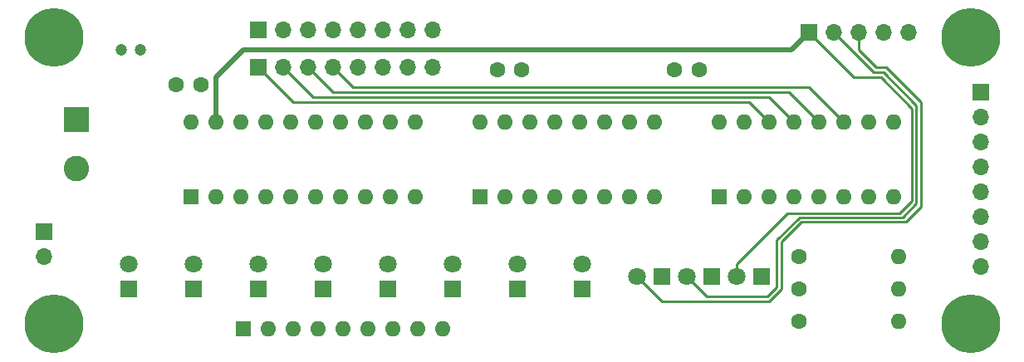
<source format=gbr>
%TF.GenerationSoftware,KiCad,Pcbnew,(5.1.9-0-10_14)*%
%TF.CreationDate,2021-05-20T01:37:57-04:00*%
%TF.ProjectId,REGISTER,52454749-5354-4455-922e-6b696361645f,rev?*%
%TF.SameCoordinates,Original*%
%TF.FileFunction,Copper,L2,Inr*%
%TF.FilePolarity,Positive*%
%FSLAX46Y46*%
G04 Gerber Fmt 4.6, Leading zero omitted, Abs format (unit mm)*
G04 Created by KiCad (PCBNEW (5.1.9-0-10_14)) date 2021-05-20 01:37:57*
%MOMM*%
%LPD*%
G01*
G04 APERTURE LIST*
%TA.AperFunction,ComponentPad*%
%ADD10C,0.800000*%
%TD*%
%TA.AperFunction,ComponentPad*%
%ADD11C,6.000000*%
%TD*%
%TA.AperFunction,ComponentPad*%
%ADD12O,1.700000X1.700000*%
%TD*%
%TA.AperFunction,ComponentPad*%
%ADD13R,1.700000X1.700000*%
%TD*%
%TA.AperFunction,ComponentPad*%
%ADD14C,1.600000*%
%TD*%
%TA.AperFunction,ComponentPad*%
%ADD15C,1.800000*%
%TD*%
%TA.AperFunction,ComponentPad*%
%ADD16R,1.800000X1.800000*%
%TD*%
%TA.AperFunction,ComponentPad*%
%ADD17C,1.200000*%
%TD*%
%TA.AperFunction,ComponentPad*%
%ADD18O,1.600000X1.600000*%
%TD*%
%TA.AperFunction,ComponentPad*%
%ADD19R,1.600000X1.600000*%
%TD*%
%TA.AperFunction,ComponentPad*%
%ADD20C,2.600000*%
%TD*%
%TA.AperFunction,ComponentPad*%
%ADD21R,2.600000X2.600000*%
%TD*%
%TA.AperFunction,Conductor*%
%ADD22C,0.250000*%
%TD*%
%TA.AperFunction,Conductor*%
%ADD23C,0.500000*%
%TD*%
G04 APERTURE END LIST*
D10*
%TO.N,N/C*%
%TO.C,REF\u002A\u002A*%
X161356990Y-67751010D03*
X159766000Y-67092000D03*
X158175010Y-67751010D03*
X157516000Y-69342000D03*
X158175010Y-70932990D03*
X159766000Y-71592000D03*
X161356990Y-70932990D03*
X162016000Y-69342000D03*
D11*
X159766000Y-69342000D03*
%TD*%
D10*
%TO.N,N/C*%
%TO.C,REF\u002A\u002A*%
X161356990Y-96961010D03*
X159766000Y-96302000D03*
X158175010Y-96961010D03*
X157516000Y-98552000D03*
X158175010Y-100142990D03*
X159766000Y-100802000D03*
X161356990Y-100142990D03*
X162016000Y-98552000D03*
D11*
X159766000Y-98552000D03*
%TD*%
D10*
%TO.N,N/C*%
%TO.C,REF\u002A\u002A*%
X67884990Y-96961010D03*
X66294000Y-96302000D03*
X64703010Y-96961010D03*
X64044000Y-98552000D03*
X64703010Y-100142990D03*
X66294000Y-100802000D03*
X67884990Y-100142990D03*
X68544000Y-98552000D03*
D11*
X66294000Y-98552000D03*
%TD*%
D10*
%TO.N,N/C*%
%TO.C,REF\u002A\u002A*%
X67884990Y-67751010D03*
X66294000Y-67092000D03*
X64703010Y-67751010D03*
X64044000Y-69342000D03*
X64703010Y-70932990D03*
X66294000Y-71592000D03*
X67884990Y-70932990D03*
X68544000Y-69342000D03*
D11*
X66294000Y-69342000D03*
%TD*%
D12*
%TO.N,CLOCK*%
%TO.C,J6*%
X153416000Y-68834000D03*
X150876000Y-68834000D03*
%TO.N,RESET*%
X148336000Y-68834000D03*
%TO.N,REGISTER_IN*%
X145796000Y-68834000D03*
D13*
%TO.N,REGISTER_OUT*%
X143256000Y-68834000D03*
%TD*%
D12*
%TO.N,BUS_00*%
%TO.C,J2*%
X104902000Y-68580000D03*
%TO.N,BUS_01*%
X102362000Y-68580000D03*
%TO.N,BUS_02*%
X99822000Y-68580000D03*
%TO.N,BUS_03*%
X97282000Y-68580000D03*
%TO.N,BUS_04*%
X94742000Y-68580000D03*
%TO.N,BUS_05*%
X92202000Y-68580000D03*
%TO.N,BUS_06*%
X89662000Y-68580000D03*
D13*
%TO.N,BUS_07*%
X87122000Y-68580000D03*
%TD*%
D14*
%TO.N,GND*%
%TO.C,C1*%
X114006000Y-72644000D03*
%TO.N,VCC*%
X111506000Y-72644000D03*
%TD*%
D15*
%TO.N,REGISTER_OUT*%
%TO.C,D11*%
X135890000Y-93726000D03*
D16*
%TO.N,Net-(D11-Pad1)*%
X138430000Y-93726000D03*
%TD*%
D15*
%TO.N,REGISTER_IN*%
%TO.C,D10*%
X130810000Y-93726000D03*
D16*
%TO.N,Net-(D10-Pad1)*%
X133350000Y-93726000D03*
%TD*%
D15*
%TO.N,RESET*%
%TO.C,D9*%
X125730000Y-93726000D03*
D16*
%TO.N,Net-(D9-Pad1)*%
X128270000Y-93726000D03*
%TD*%
D17*
%TO.N,GND*%
%TO.C,C4*%
X75152000Y-70612000D03*
%TO.N,VCC*%
X73152000Y-70612000D03*
%TD*%
D14*
%TO.N,GND*%
%TO.C,C3*%
X129580000Y-72644000D03*
%TO.N,VCC*%
X132080000Y-72644000D03*
%TD*%
%TO.N,GND*%
%TO.C,C2*%
X78780000Y-74168000D03*
%TO.N,VCC*%
X81280000Y-74168000D03*
%TD*%
D18*
%TO.N,VCC*%
%TO.C,U3*%
X109728000Y-77978000D03*
%TO.N,GND*%
X127508000Y-85598000D03*
%TO.N,RESET*%
X112268000Y-77978000D03*
%TO.N,CLOCK*%
X124968000Y-85598000D03*
%TO.N,BUS_03*%
X114808000Y-77978000D03*
%TO.N,Q0*%
X122428000Y-85598000D03*
%TO.N,BUS_02*%
X117348000Y-77978000D03*
%TO.N,Q1*%
X119888000Y-85598000D03*
%TO.N,BUS_01*%
X119888000Y-77978000D03*
%TO.N,Q2*%
X117348000Y-85598000D03*
%TO.N,BUS_00*%
X122428000Y-77978000D03*
%TO.N,Q3*%
X114808000Y-85598000D03*
%TO.N,REGISTER_IN*%
X124968000Y-77978000D03*
%TO.N,GND*%
X112268000Y-85598000D03*
%TO.N,REGISTER_IN*%
X127508000Y-77978000D03*
D19*
%TO.N,GND*%
X109728000Y-85598000D03*
%TD*%
D18*
%TO.N,VCC*%
%TO.C,U2*%
X134112000Y-77978000D03*
%TO.N,GND*%
X151892000Y-85598000D03*
%TO.N,RESET*%
X136652000Y-77978000D03*
%TO.N,CLOCK*%
X149352000Y-85598000D03*
%TO.N,BUS_07*%
X139192000Y-77978000D03*
%TO.N,Q4*%
X146812000Y-85598000D03*
%TO.N,BUS_06*%
X141732000Y-77978000D03*
%TO.N,Q5*%
X144272000Y-85598000D03*
%TO.N,BUS_05*%
X144272000Y-77978000D03*
%TO.N,Q6*%
X141732000Y-85598000D03*
%TO.N,BUS_04*%
X146812000Y-77978000D03*
%TO.N,Q7*%
X139192000Y-85598000D03*
%TO.N,REGISTER_IN*%
X149352000Y-77978000D03*
%TO.N,GND*%
X136652000Y-85598000D03*
%TO.N,REGISTER_IN*%
X151892000Y-77978000D03*
D19*
%TO.N,GND*%
X134112000Y-85598000D03*
%TD*%
D18*
%TO.N,VCC*%
%TO.C,U1*%
X80264000Y-77978000D03*
%TO.N,GND*%
X103124000Y-85598000D03*
%TO.N,REGISTER_OUT*%
X82804000Y-77978000D03*
%TO.N,Q0*%
X100584000Y-85598000D03*
%TO.N,BUS_07*%
X85344000Y-77978000D03*
%TO.N,Q1*%
X98044000Y-85598000D03*
%TO.N,BUS_06*%
X87884000Y-77978000D03*
%TO.N,Q2*%
X95504000Y-85598000D03*
%TO.N,BUS_05*%
X90424000Y-77978000D03*
%TO.N,Q3*%
X92964000Y-85598000D03*
%TO.N,BUS_04*%
X92964000Y-77978000D03*
%TO.N,Q4*%
X90424000Y-85598000D03*
%TO.N,BUS_03*%
X95504000Y-77978000D03*
%TO.N,Q5*%
X87884000Y-85598000D03*
%TO.N,BUS_02*%
X98044000Y-77978000D03*
%TO.N,Q6*%
X85344000Y-85598000D03*
%TO.N,BUS_01*%
X100584000Y-77978000D03*
%TO.N,Q7*%
X82804000Y-85598000D03*
%TO.N,BUS_00*%
X103124000Y-77978000D03*
D19*
%TO.N,VCC*%
X80264000Y-85598000D03*
%TD*%
D18*
%TO.N,Net-(D1-Pad1)*%
%TO.C,RN1*%
X105918000Y-99060000D03*
%TO.N,Net-(D2-Pad1)*%
X103378000Y-99060000D03*
%TO.N,Net-(D3-Pad1)*%
X100838000Y-99060000D03*
%TO.N,Net-(D4-Pad1)*%
X98298000Y-99060000D03*
%TO.N,Net-(D5-Pad1)*%
X95758000Y-99060000D03*
%TO.N,Net-(D6-Pad1)*%
X93218000Y-99060000D03*
%TO.N,Net-(D7-Pad1)*%
X90678000Y-99060000D03*
%TO.N,Net-(D8-Pad1)*%
X88138000Y-99060000D03*
D19*
%TO.N,GND*%
X85598000Y-99060000D03*
%TD*%
D18*
%TO.N,GND*%
%TO.C,R3*%
X152400000Y-91694000D03*
D14*
%TO.N,Net-(D11-Pad1)*%
X142240000Y-91694000D03*
%TD*%
D18*
%TO.N,GND*%
%TO.C,R2*%
X152400000Y-98298000D03*
D14*
%TO.N,Net-(D10-Pad1)*%
X142240000Y-98298000D03*
%TD*%
D18*
%TO.N,GND*%
%TO.C,R1*%
X152400000Y-94996000D03*
D14*
%TO.N,Net-(D9-Pad1)*%
X142240000Y-94996000D03*
%TD*%
D12*
%TO.N,Q0*%
%TO.C,J8*%
X160782000Y-92710000D03*
%TO.N,Q1*%
X160782000Y-90170000D03*
%TO.N,Q2*%
X160782000Y-87630000D03*
%TO.N,Q3*%
X160782000Y-85090000D03*
%TO.N,Q4*%
X160782000Y-82550000D03*
%TO.N,Q5*%
X160782000Y-80010000D03*
%TO.N,Q6*%
X160782000Y-77470000D03*
D13*
%TO.N,Q7*%
X160782000Y-74930000D03*
%TD*%
D12*
%TO.N,BUS_00*%
%TO.C,J5*%
X104902000Y-72390000D03*
%TO.N,BUS_01*%
X102362000Y-72390000D03*
%TO.N,BUS_02*%
X99822000Y-72390000D03*
%TO.N,BUS_03*%
X97282000Y-72390000D03*
%TO.N,BUS_04*%
X94742000Y-72390000D03*
%TO.N,BUS_05*%
X92202000Y-72390000D03*
%TO.N,BUS_06*%
X89662000Y-72390000D03*
D13*
%TO.N,BUS_07*%
X87122000Y-72390000D03*
%TD*%
D12*
%TO.N,GND*%
%TO.C,J3*%
X65278000Y-91694000D03*
D13*
%TO.N,VCC*%
X65278000Y-89154000D03*
%TD*%
D20*
%TO.N,GND*%
%TO.C,J1*%
X68580000Y-82724000D03*
D21*
%TO.N,VCC*%
X68580000Y-77724000D03*
%TD*%
D15*
%TO.N,Q7*%
%TO.C,D8*%
X73914000Y-92456000D03*
D16*
%TO.N,Net-(D8-Pad1)*%
X73914000Y-94996000D03*
%TD*%
D15*
%TO.N,Q6*%
%TO.C,D7*%
X80518000Y-92456000D03*
D16*
%TO.N,Net-(D7-Pad1)*%
X80518000Y-94996000D03*
%TD*%
D15*
%TO.N,Q5*%
%TO.C,D6*%
X87122000Y-92456000D03*
D16*
%TO.N,Net-(D6-Pad1)*%
X87122000Y-94996000D03*
%TD*%
D15*
%TO.N,Q4*%
%TO.C,D5*%
X93726000Y-92456000D03*
D16*
%TO.N,Net-(D5-Pad1)*%
X93726000Y-94996000D03*
%TD*%
D15*
%TO.N,Q3*%
%TO.C,D4*%
X100330000Y-92456000D03*
D16*
%TO.N,Net-(D4-Pad1)*%
X100330000Y-94996000D03*
%TD*%
D15*
%TO.N,Q2*%
%TO.C,D3*%
X106934000Y-92456000D03*
D16*
%TO.N,Net-(D3-Pad1)*%
X106934000Y-94996000D03*
%TD*%
D15*
%TO.N,Q1*%
%TO.C,D2*%
X113538000Y-92456000D03*
D16*
%TO.N,Net-(D2-Pad1)*%
X113538000Y-94996000D03*
%TD*%
D15*
%TO.N,Q0*%
%TO.C,D1*%
X120142000Y-92456000D03*
D16*
%TO.N,Net-(D1-Pad1)*%
X120142000Y-94996000D03*
%TD*%
D22*
%TO.N,RESET*%
X125730000Y-93726000D02*
X128270000Y-96266000D01*
X128270000Y-96266000D02*
X139192000Y-96266000D01*
X139192000Y-96266000D02*
X140462000Y-94996000D01*
X140462000Y-94996000D02*
X140462000Y-90170000D01*
X140462000Y-90170000D02*
X142494000Y-88138000D01*
X142494000Y-88138000D02*
X153162000Y-88138000D01*
X153162000Y-88138000D02*
X154686000Y-86614000D01*
X154686000Y-86614000D02*
X154686000Y-75946000D01*
X154686000Y-75946000D02*
X151130000Y-72390000D01*
X151130000Y-72390000D02*
X150114000Y-72390000D01*
X148336000Y-70612000D02*
X148336000Y-68834000D01*
X150114000Y-72390000D02*
X148336000Y-70612000D01*
%TO.N,REGISTER_IN*%
X149860000Y-72898000D02*
X145796000Y-68834000D01*
X152850009Y-87687991D02*
X154235989Y-86302011D01*
X142307599Y-87687991D02*
X152850009Y-87687991D01*
X140011989Y-89983600D02*
X142307599Y-87687991D01*
X150876000Y-72898000D02*
X149860000Y-72898000D01*
X130810000Y-93726000D02*
X132842000Y-95758000D01*
X132842000Y-95758000D02*
X139063590Y-95758000D01*
X154235989Y-86302011D02*
X154235989Y-76257989D01*
X140011989Y-94809601D02*
X140011989Y-89983600D01*
X139063590Y-95758000D02*
X140011989Y-94809601D01*
X154235989Y-76257989D02*
X150876000Y-72898000D01*
%TO.N,REGISTER_OUT*%
X147828000Y-73406000D02*
X143256000Y-68834000D01*
X135890000Y-93726000D02*
X135890000Y-92453208D01*
X135890000Y-92453208D02*
X141105228Y-87237980D01*
X150622000Y-73406000D02*
X147828000Y-73406000D01*
X152538020Y-87237980D02*
X153785978Y-85990022D01*
X153785978Y-85990022D02*
X153785978Y-76569978D01*
X141105228Y-87237980D02*
X152538020Y-87237980D01*
X153785978Y-76569978D02*
X150622000Y-73406000D01*
D23*
X82804000Y-73406000D02*
X82804000Y-77978000D01*
X141478000Y-70612000D02*
X85598000Y-70612000D01*
X85598000Y-70612000D02*
X82804000Y-73406000D01*
X143256000Y-68834000D02*
X141478000Y-70612000D01*
D22*
%TO.N,BUS_04*%
X94742000Y-72390000D02*
X96774000Y-74422000D01*
X143256000Y-74422000D02*
X146812000Y-77978000D01*
X96774000Y-74422000D02*
X143256000Y-74422000D01*
%TO.N,BUS_05*%
X92202000Y-72390000D02*
X94742000Y-74930000D01*
X141224000Y-74930000D02*
X144272000Y-77978000D01*
X94742000Y-74930000D02*
X141224000Y-74930000D01*
%TO.N,BUS_06*%
X89662000Y-72390000D02*
X92710000Y-75438000D01*
X139192000Y-75438000D02*
X141732000Y-77978000D01*
X92710000Y-75438000D02*
X139192000Y-75438000D01*
%TO.N,BUS_07*%
X87122000Y-72390000D02*
X90678000Y-75946000D01*
X137160000Y-75946000D02*
X139192000Y-77978000D01*
X90678000Y-75946000D02*
X137160000Y-75946000D01*
%TD*%
M02*

</source>
